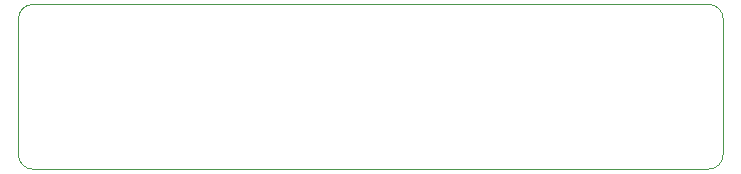
<source format=gbr>
%TF.GenerationSoftware,KiCad,Pcbnew,(6.0.6)*%
%TF.CreationDate,2022-08-04T20:50:46+02:00*%
%TF.ProjectId,Linearsensor,4c696e65-6172-4736-956e-736f722e6b69,rev?*%
%TF.SameCoordinates,Original*%
%TF.FileFunction,Profile,NP*%
%FSLAX46Y46*%
G04 Gerber Fmt 4.6, Leading zero omitted, Abs format (unit mm)*
G04 Created by KiCad (PCBNEW (6.0.6)) date 2022-08-04 20:50:46*
%MOMM*%
%LPD*%
G01*
G04 APERTURE LIST*
%TA.AperFunction,Profile*%
%ADD10C,0.100000*%
%TD*%
G04 APERTURE END LIST*
D10*
X135890000Y-95250000D02*
G75*
G03*
X134620000Y-96520000I0J-1270000D01*
G01*
X134620000Y-107950000D02*
X134620000Y-96520000D01*
X194310000Y-96520000D02*
G75*
G03*
X193040000Y-95250000I-1270000J0D01*
G01*
X134620000Y-107950000D02*
G75*
G03*
X135890000Y-109220000I1270000J0D01*
G01*
X135890000Y-95250000D02*
X193040000Y-95250000D01*
X193040000Y-109220000D02*
X135890000Y-109220000D01*
X193040000Y-109220000D02*
G75*
G03*
X194310000Y-107950000I0J1270000D01*
G01*
X194310000Y-96520000D02*
X194310000Y-107950000D01*
M02*

</source>
